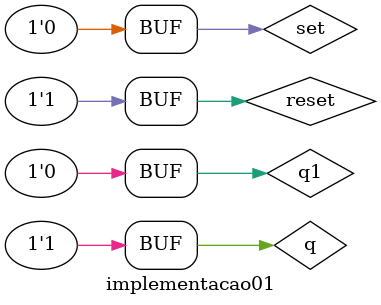
<source format=v>

module implementacao01;
	reg set,reset;
	wire q,q1;
	
	nor NOR1 (q,set,q1);
	nor NOR2 (q1,reset,q);
	
initial begin:start
end
	
//---------------------
//---PARTE PRINCIPAL---
//---------------------

initial begin:main
	$display ("Guia 10		Implementação 01");
	$display ("Implementar um latch SR com portas NOR\n");
	$display ("Aluno: Tiago Menegaz de Melo Garcia		Matrícula:405844\n");
	$display ("Relatório de Testes");
	#2 set = 0; reset = 0;
	$monitor ("Set [%b] Reset [%b] 	Q[%b] Q'[%b]", set,reset,q,q1 );

	#2 set = 1;
	#2 reset = 1;
	#2 set = 0;
	
end//end parte principal
endmodule

/*
Relatório de Testes
    Set [0] Reset [0] 	Q[x] Q'[x]
    Set [1] Reset [0] 	Q[0] Q'[1]
    Set [1] Reset [1] 	Q[0] Q'[0]
    Set [0] Reset [1] 	Q[1] Q'[0]
*/
</source>
